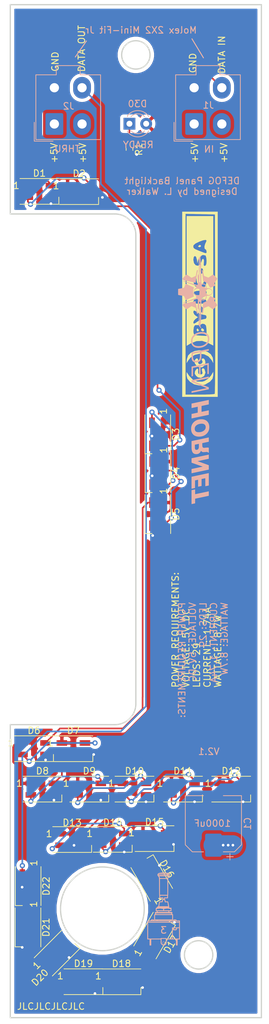
<source format=kicad_pcb>
(kicad_pcb (version 20171130) (host pcbnew "(5.1.10)-1")
  (layers (0 F.Cu signal) (31 B.Cu signal) (34 B.Paste user hide) (35 F.Paste user hide) (36 B.SilkS user) (37 F.SilkS user) (38 B.Mask user hide) (39 F.Mask user hide) (44 Edge.Cuts user))
  (net 0 "")
  (net 1 /LEDGND)
  (net 2 /LED+5V)
  (net 3 "Net-(D1-Pad2)")
  (net 4 /DATAIN)
  (net 5 "Net-(D2-Pad2)")
  (net 6 "Net-(D3-Pad2)")
  (net 7 "Net-(D4-Pad2)")
  (net 8 "Net-(D5-Pad2)")
  (net 9 "Net-(D6-Pad2)")
  (net 10 "Net-(D7-Pad2)")
  (net 11 "Net-(D8-Pad2)")
  (net 12 "Net-(D10-Pad4)")
  (net 13 "Net-(D10-Pad2)")
  (net 14 "Net-(D11-Pad2)")
  (net 15 /DATAOUT1)
  (net 16 "Net-(D13-Pad2)")
  (net 17 "Net-(D14-Pad2)")
  (net 18 "Net-(D15-Pad2)")
  (net 19 "Net-(D16-Pad2)")
  (net 20 "Net-(D17-Pad2)")
  (net 21 "Net-(D18-Pad2)")
  (net 22 "Net-(D19-Pad2)")
  (net 23 "Net-(D20-Pad2)")
  (net 24 "Net-(D21-Pad2)")
  (net 25 /DATAOUT)
  (net 26 "Net-(D30-Pad1)")
  (module OH_Backlighting:LED_SK6812MINI_PLCC4_3.5x3.5mm_P1.75mm (layer F.Cu) (at 142.097 163.202 120)
    (fp_text reference D16 (at 0.041017 2.682957 120) (layer F.SilkS))
    (fp_text value WS2812B)
    (fp_text user 1 (at -3.5 -0.875 120) (layer F.SilkS))
    (pad 3 smd rect (at 1.75 0.875 120) (size 1.6 0.85) (layers F.Cu F.Paste F.Mask) (net 1 /LEDGND))
    (pad 4 smd rect (at 1.75 -0.875 120) (size 1.6 0.85) (layers F.Cu F.Paste F.Mask) (net 18 "Net-(D15-Pad2)"))
    (pad 2 smd rect (at -1.75 0.875 120) (size 1.6 0.85) (layers F.Cu F.Paste F.Mask) (net 19 "Net-(D16-Pad2)"))
    (pad 1 smd rect (at -1.75 -0.875 120) (size 1.6 0.85) (layers F.Cu F.Paste F.Mask) (net 2 /LED+5V))
  )
  (module OH_Backlighting:LED_SK6812MINI_PLCC4_3.5x3.5mm_P1.75mm (layer F.Cu) (at 142.53 171.935 60)
    (fp_text reference D17 (at 0.108677 2.818233 60) (layer F.SilkS))
    (fp_text value WS2812B)
    (fp_text user 1 (at -3.5 -0.875 60) (layer F.SilkS))
    (pad 3 smd rect (at 1.75 0.875 60) (size 1.6 0.85) (layers F.Cu F.Paste F.Mask) (net 1 /LEDGND))
    (pad 4 smd rect (at 1.75 -0.875 60) (size 1.6 0.85) (layers F.Cu F.Paste F.Mask) (net 19 "Net-(D16-Pad2)"))
    (pad 2 smd rect (at -1.75 0.875 60) (size 1.6 0.85) (layers F.Cu F.Paste F.Mask) (net 20 "Net-(D17-Pad2)"))
    (pad 1 smd rect (at -1.75 -0.875 60) (size 1.6 0.85) (layers F.Cu F.Paste F.Mask) (net 2 /LED+5V))
  )
  (module OH_Backlighting:LED_SK6812MINI_PLCC4_3.5x3.5mm_P1.75mm (layer F.Cu) (at 137.497 178.947)
    (fp_text reference D18 (at 0 -2.75) (layer F.SilkS))
    (fp_text value WS2812B)
    (fp_text user 1 (at -3.5 -0.875) (layer F.SilkS))
    (pad 3 smd rect (at 1.75 0.875) (size 1.6 0.85) (layers F.Cu F.Paste F.Mask) (net 1 /LEDGND))
    (pad 4 smd rect (at 1.75 -0.875) (size 1.6 0.85) (layers F.Cu F.Paste F.Mask) (net 20 "Net-(D17-Pad2)"))
    (pad 2 smd rect (at -1.75 0.875) (size 1.6 0.85) (layers F.Cu F.Paste F.Mask) (net 21 "Net-(D18-Pad2)"))
    (pad 1 smd rect (at -1.75 -0.875) (size 1.6 0.85) (layers F.Cu F.Paste F.Mask) (net 2 /LED+5V))
  )
  (module OH_Backlighting:LED_SK6812MINI_PLCC4_3.5x3.5mm_P1.75mm (layer F.Cu) (at 131.73 178.935)
    (fp_text reference D19 (at 0 -2.75) (layer F.SilkS))
    (fp_text value WS2812B)
    (fp_text user 1 (at -3.5 -0.875) (layer F.SilkS))
    (pad 3 smd rect (at 1.75 0.875) (size 1.6 0.85) (layers F.Cu F.Paste F.Mask) (net 1 /LEDGND))
    (pad 4 smd rect (at 1.75 -0.875) (size 1.6 0.85) (layers F.Cu F.Paste F.Mask) (net 21 "Net-(D18-Pad2)"))
    (pad 2 smd rect (at -1.75 0.875) (size 1.6 0.85) (layers F.Cu F.Paste F.Mask) (net 22 "Net-(D19-Pad2)"))
    (pad 1 smd rect (at -1.75 -0.875) (size 1.6 0.85) (layers F.Cu F.Paste F.Mask) (net 2 /LED+5V))
  )
  (module OH_Backlighting:LED_SK6812MINI_PLCC4_3.5x3.5mm_P1.75mm (layer F.Cu) (at 127.724 174.599 45)
    (fp_text reference D20 (at -4.437095 0.796909 45) (layer F.SilkS))
    (fp_text value WS2812B)
    (fp_text user 1 (at -3.5 -0.875 45) (layer F.SilkS))
    (pad 3 smd rect (at 1.75 0.875 45) (size 1.6 0.85) (layers F.Cu F.Paste F.Mask) (net 1 /LEDGND))
    (pad 4 smd rect (at 1.75 -0.875 45) (size 1.6 0.85) (layers F.Cu F.Paste F.Mask) (net 22 "Net-(D19-Pad2)"))
    (pad 2 smd rect (at -1.75 0.875 45) (size 1.6 0.85) (layers F.Cu F.Paste F.Mask) (net 23 "Net-(D20-Pad2)"))
    (pad 1 smd rect (at -1.75 -0.875 45) (size 1.6 0.85) (layers F.Cu F.Paste F.Mask) (net 2 /LED+5V))
  )
  (module OH_Backlighting:LED_SK6812MINI_PLCC4_3.5x3.5mm_P1.75mm (layer F.Cu) (at 123.315 170.69 270)
    (fp_text reference D21 (at 0 -2.75 90) (layer F.SilkS))
    (fp_text value WS2812B)
    (fp_text user 1 (at -3.5 -0.875 90) (layer F.SilkS))
    (pad 3 smd rect (at 1.75 0.875 270) (size 1.6 0.85) (layers F.Cu F.Paste F.Mask) (net 1 /LEDGND))
    (pad 4 smd rect (at 1.75 -0.875 270) (size 1.6 0.85) (layers F.Cu F.Paste F.Mask) (net 23 "Net-(D20-Pad2)"))
    (pad 2 smd rect (at -1.75 0.875 270) (size 1.6 0.85) (layers F.Cu F.Paste F.Mask) (net 24 "Net-(D21-Pad2)"))
    (pad 1 smd rect (at -1.75 -0.875 270) (size 1.6 0.85) (layers F.Cu F.Paste F.Mask) (net 2 /LED+5V))
  )
  (module OH_Backlighting:S3AL_Toggle_Silkscreen (layer F.Cu) (at 143.76 168.04)
    (fp_text reference G2 hide)
    (fp_text value "S3AL Toggle" hide)
    (fp_text user 3 (at 0.125 3.075) (layer B.SilkS) (effects (justify mirror)))
  )
  (module OH_General:CC-BY-NC-SA-Small (layer F.Cu) (at 149.41 76.25 90)
    (fp_text reference G1 hide)
    (fp_text value LOGO hide)
  )
  (module OH_General:OH_LOGO_37.7mm_5.9mm (layer B.Cu) (at 149.07 87.63 270)
    (fp_text reference G3 hide)
    (fp_text value LOGO hide)
  )
  (module OH_Backlighting:LED_SK6812MINI_PLCC4_3.5x3.5mm_P1.75mm (layer F.Cu) (at 125.05 59.045)
    (fp_text reference D1 (at 0 -2.75) (layer F.SilkS))
    (fp_text value WS2812B)
    (fp_text user 1 (at -3.5 -0.875) (layer F.SilkS))
    (pad 3 smd rect (at 1.75 0.875) (size 1.6 0.85) (layers F.Cu F.Paste F.Mask) (net 1 /LEDGND))
    (pad 4 smd rect (at 1.75 -0.875) (size 1.6 0.85) (layers F.Cu F.Paste F.Mask) (net 4 /DATAIN))
    (pad 2 smd rect (at -1.75 0.875) (size 1.6 0.85) (layers F.Cu F.Paste F.Mask) (net 3 "Net-(D1-Pad2)"))
    (pad 1 smd rect (at -1.75 -0.875) (size 1.6 0.85) (layers F.Cu F.Paste F.Mask) (net 2 /LED+5V))
  )
  (module OH_Backlighting:LED_SK6812MINI_PLCC4_3.5x3.5mm_P1.75mm (layer F.Cu) (at 123.335 164.43 270)
    (fp_text reference D22 (at 0 -2.75 90) (layer F.SilkS))
    (fp_text value WS2812B)
    (fp_text user 1 (at -3.5 -0.875 90) (layer F.SilkS))
    (pad 3 smd rect (at 1.75 0.875 270) (size 1.6 0.85) (layers F.Cu F.Paste F.Mask) (net 1 /LEDGND))
    (pad 4 smd rect (at 1.75 -0.875 270) (size 1.6 0.85) (layers F.Cu F.Paste F.Mask) (net 24 "Net-(D21-Pad2)"))
    (pad 2 smd rect (at -1.75 0.875 270) (size 1.6 0.85) (layers F.Cu F.Paste F.Mask) (net 25 /DATAOUT))
    (pad 1 smd rect (at -1.75 -0.875 270) (size 1.6 0.85) (layers F.Cu F.Paste F.Mask) (net 2 /LED+5V))
  )
  (module OH_Backlighting:LED_SK6812MINI_PLCC4_3.5x3.5mm_P1.75mm (layer F.Cu) (at 142.522 157.226)
    (fp_text reference D15 (at 0.003 -2.526) (layer F.SilkS))
    (fp_text value WS2812B)
    (fp_text user 1 (at -3.5 -0.875) (layer F.SilkS))
    (pad 3 smd rect (at 1.75 0.875) (size 1.6 0.85) (layers F.Cu F.Paste F.Mask) (net 1 /LEDGND))
    (pad 4 smd rect (at 1.75 -0.875) (size 1.6 0.85) (layers F.Cu F.Paste F.Mask) (net 17 "Net-(D14-Pad2)"))
    (pad 2 smd rect (at -1.75 0.875) (size 1.6 0.85) (layers F.Cu F.Paste F.Mask) (net 18 "Net-(D15-Pad2)"))
    (pad 1 smd rect (at -1.75 -0.875) (size 1.6 0.85) (layers F.Cu F.Paste F.Mask) (net 2 /LED+5V))
  )
  (module OH_Backlighting:LED_SK6812MINI_PLCC4_3.5x3.5mm_P1.75mm (layer F.Cu) (at 136.172 157.339)
    (fp_text reference D14 (at 0.003 -2.564) (layer F.SilkS))
    (fp_text value WS2812B)
    (fp_text user 1 (at -3.5 -0.875) (layer F.SilkS))
    (pad 3 smd rect (at 1.75 0.875) (size 1.6 0.85) (layers F.Cu F.Paste F.Mask) (net 1 /LEDGND))
    (pad 4 smd rect (at 1.75 -0.875) (size 1.6 0.85) (layers F.Cu F.Paste F.Mask) (net 16 "Net-(D13-Pad2)"))
    (pad 2 smd rect (at -1.75 0.875) (size 1.6 0.85) (layers F.Cu F.Paste F.Mask) (net 17 "Net-(D14-Pad2)"))
    (pad 1 smd rect (at -1.75 -0.875) (size 1.6 0.85) (layers F.Cu F.Paste F.Mask) (net 2 /LED+5V))
  )
  (module OH_Backlighting:LED_SK6812MINI_PLCC4_3.5x3.5mm_P1.75mm (layer F.Cu) (at 130.02 157.367)
    (fp_text reference D13 (at 0 -2.567) (layer F.SilkS))
    (fp_text value WS2812B)
    (fp_text user 1 (at -3.5 -0.875) (layer F.SilkS))
    (pad 3 smd rect (at 1.75 0.875) (size 1.6 0.85) (layers F.Cu F.Paste F.Mask) (net 1 /LEDGND))
    (pad 4 smd rect (at 1.75 -0.875) (size 1.6 0.85) (layers F.Cu F.Paste F.Mask) (net 15 /DATAOUT1))
    (pad 2 smd rect (at -1.75 0.875) (size 1.6 0.85) (layers F.Cu F.Paste F.Mask) (net 16 "Net-(D13-Pad2)"))
    (pad 1 smd rect (at -1.75 -0.875) (size 1.6 0.85) (layers F.Cu F.Paste F.Mask) (net 2 /LED+5V))
  )
  (module OH_Backlighting:LED_SK6812MINI_PLCC4_3.5x3.5mm_P1.75mm (layer F.Cu) (at 154.15 149.719)
    (fp_text reference D12 (at 0 -2.75) (layer F.SilkS))
    (fp_text value WS2812B)
    (fp_text user 1 (at -3.5 -0.875) (layer F.SilkS))
    (pad 3 smd rect (at 1.75 0.875) (size 1.6 0.85) (layers F.Cu F.Paste F.Mask) (net 1 /LEDGND))
    (pad 4 smd rect (at 1.75 -0.875) (size 1.6 0.85) (layers F.Cu F.Paste F.Mask) (net 14 "Net-(D11-Pad2)"))
    (pad 2 smd rect (at -1.75 0.875) (size 1.6 0.85) (layers F.Cu F.Paste F.Mask) (net 15 /DATAOUT1))
    (pad 1 smd rect (at -1.75 -0.875) (size 1.6 0.85) (layers F.Cu F.Paste F.Mask) (net 2 /LED+5V))
  )
  (module OH_Backlighting:LED_SK6812MINI_PLCC4_3.5x3.5mm_P1.75mm (layer F.Cu) (at 146.84 149.719)
    (fp_text reference D11 (at 0 -2.75) (layer F.SilkS))
    (fp_text value WS2812B)
    (fp_text user 1 (at -3.5 -0.875) (layer F.SilkS))
    (pad 3 smd rect (at 1.75 0.875) (size 1.6 0.85) (layers F.Cu F.Paste F.Mask) (net 1 /LEDGND))
    (pad 4 smd rect (at 1.75 -0.875) (size 1.6 0.85) (layers F.Cu F.Paste F.Mask) (net 13 "Net-(D10-Pad2)"))
    (pad 2 smd rect (at -1.75 0.875) (size 1.6 0.85) (layers F.Cu F.Paste F.Mask) (net 14 "Net-(D11-Pad2)"))
    (pad 1 smd rect (at -1.75 -0.875) (size 1.6 0.85) (layers F.Cu F.Paste F.Mask) (net 2 /LED+5V))
  )
  (module OH_Backlighting:LED_SK6812MINI_PLCC4_3.5x3.5mm_P1.75mm (layer F.Cu) (at 139.474 149.719)
    (fp_text reference D10 (at 0 -2.75) (layer F.SilkS))
    (fp_text value WS2812B)
    (fp_text user 1 (at -3.5 -0.875) (layer F.SilkS))
    (pad 3 smd rect (at 1.75 0.875) (size 1.6 0.85) (layers F.Cu F.Paste F.Mask) (net 1 /LEDGND))
    (pad 4 smd rect (at 1.75 -0.875) (size 1.6 0.85) (layers F.Cu F.Paste F.Mask) (net 12 "Net-(D10-Pad4)"))
    (pad 2 smd rect (at -1.75 0.875) (size 1.6 0.85) (layers F.Cu F.Paste F.Mask) (net 13 "Net-(D10-Pad2)"))
    (pad 1 smd rect (at -1.75 -0.875) (size 1.6 0.85) (layers F.Cu F.Paste F.Mask) (net 2 /LED+5V))
  )
  (module OH_Backlighting:LED_SK6812MINI_PLCC4_3.5x3.5mm_P1.75mm (layer F.Cu) (at 132.616 149.719)
    (fp_text reference D9 (at 0 -2.75) (layer F.SilkS))
    (fp_text value WS2812B)
    (fp_text user 1 (at -3.5 -0.875) (layer F.SilkS))
    (pad 3 smd rect (at 1.75 0.875) (size 1.6 0.85) (layers F.Cu F.Paste F.Mask) (net 1 /LEDGND))
    (pad 4 smd rect (at 1.75 -0.875) (size 1.6 0.85) (layers F.Cu F.Paste F.Mask) (net 11 "Net-(D8-Pad2)"))
    (pad 2 smd rect (at -1.75 0.875) (size 1.6 0.85) (layers F.Cu F.Paste F.Mask) (net 12 "Net-(D10-Pad4)"))
    (pad 1 smd rect (at -1.75 -0.875) (size 1.6 0.85) (layers F.Cu F.Paste F.Mask) (net 2 /LED+5V))
  )
  (module OH_Backlighting:LED_SK6812MINI_PLCC4_3.5x3.5mm_P1.75mm (layer F.Cu) (at 125.504 149.719)
    (fp_text reference D8 (at 0 -2.75) (layer F.SilkS))
    (fp_text value WS2812B)
    (fp_text user 1 (at -3.5 -0.875) (layer F.SilkS))
    (pad 3 smd rect (at 1.75 0.875) (size 1.6 0.85) (layers F.Cu F.Paste F.Mask) (net 1 /LEDGND))
    (pad 4 smd rect (at 1.75 -0.875) (size 1.6 0.85) (layers F.Cu F.Paste F.Mask) (net 10 "Net-(D7-Pad2)"))
    (pad 2 smd rect (at -1.75 0.875) (size 1.6 0.85) (layers F.Cu F.Paste F.Mask) (net 11 "Net-(D8-Pad2)"))
    (pad 1 smd rect (at -1.75 -0.875) (size 1.6 0.85) (layers F.Cu F.Paste F.Mask) (net 2 /LED+5V))
  )
  (module OH_Backlighting:LED_SK6812MINI_PLCC4_3.5x3.5mm_P1.75mm (layer F.Cu) (at 130.21 143.59)
    (fp_text reference D7 (at 0 -2.75) (layer F.SilkS))
    (fp_text value WS2812B)
    (fp_text user 1 (at -3.5 -0.875) (layer F.SilkS))
    (pad 3 smd rect (at 1.75 0.875) (size 1.6 0.85) (layers F.Cu F.Paste F.Mask) (net 1 /LEDGND))
    (pad 4 smd rect (at 1.75 -0.875) (size 1.6 0.85) (layers F.Cu F.Paste F.Mask) (net 9 "Net-(D6-Pad2)"))
    (pad 2 smd rect (at -1.75 0.875) (size 1.6 0.85) (layers F.Cu F.Paste F.Mask) (net 10 "Net-(D7-Pad2)"))
    (pad 1 smd rect (at -1.75 -0.875) (size 1.6 0.85) (layers F.Cu F.Paste F.Mask) (net 2 /LED+5V))
  )
  (module OH_Backlighting:LED_SK6812MINI_PLCC4_3.5x3.5mm_P1.75mm (layer F.Cu) (at 124.23 143.585)
    (fp_text reference D6 (at 0 -2.75) (layer F.SilkS))
    (fp_text value WS2812B)
    (fp_text user 1 (at -3.5 -0.875) (layer F.SilkS))
    (pad 3 smd rect (at 1.75 0.875) (size 1.6 0.85) (layers F.Cu F.Paste F.Mask) (net 1 /LEDGND))
    (pad 4 smd rect (at 1.75 -0.875) (size 1.6 0.85) (layers F.Cu F.Paste F.Mask) (net 8 "Net-(D5-Pad2)"))
    (pad 2 smd rect (at -1.75 0.875) (size 1.6 0.85) (layers F.Cu F.Paste F.Mask) (net 9 "Net-(D6-Pad2)"))
    (pad 1 smd rect (at -1.75 -0.875) (size 1.6 0.85) (layers F.Cu F.Paste F.Mask) (net 2 /LED+5V))
  )
  (module OH_Backlighting:LED_SK6812MINI_PLCC4_3.5x3.5mm_P1.75mm (layer F.Cu) (at 143.015 108 270)
    (fp_text reference D5 (at 0 -2.75 90) (layer F.SilkS))
    (fp_text value WS2812B)
    (fp_text user 1 (at -3.5 -0.875 90) (layer F.SilkS))
    (pad 3 smd rect (at 1.75 0.875 270) (size 1.6 0.85) (layers F.Cu F.Paste F.Mask) (net 1 /LEDGND))
    (pad 4 smd rect (at 1.75 -0.875 270) (size 1.6 0.85) (layers F.Cu F.Paste F.Mask) (net 7 "Net-(D4-Pad2)"))
    (pad 2 smd rect (at -1.75 0.875 270) (size 1.6 0.85) (layers F.Cu F.Paste F.Mask) (net 8 "Net-(D5-Pad2)"))
    (pad 1 smd rect (at -1.75 -0.875 270) (size 1.6 0.85) (layers F.Cu F.Paste F.Mask) (net 2 /LED+5V))
  )
  (module OH_Backlighting:LED_SK6812MINI_PLCC4_3.5x3.5mm_P1.75mm (layer F.Cu) (at 143.035 101.78 270)
    (fp_text reference D4 (at 0 -2.75 90) (layer F.SilkS))
    (fp_text value WS2812B)
    (fp_text user 1 (at -3.5 -0.875 90) (layer F.SilkS))
    (pad 3 smd rect (at 1.75 0.875 270) (size 1.6 0.85) (layers F.Cu F.Paste F.Mask) (net 1 /LEDGND))
    (pad 4 smd rect (at 1.75 -0.875 270) (size 1.6 0.85) (layers F.Cu F.Paste F.Mask) (net 6 "Net-(D3-Pad2)"))
    (pad 2 smd rect (at -1.75 0.875 270) (size 1.6 0.85) (layers F.Cu F.Paste F.Mask) (net 7 "Net-(D4-Pad2)"))
    (pad 1 smd rect (at -1.75 -0.875 270) (size 1.6 0.85) (layers F.Cu F.Paste F.Mask) (net 2 /LED+5V))
  )
  (module OH_Backlighting:LED_SK6812MINI_PLCC4_3.5x3.5mm_P1.75mm (layer F.Cu) (at 143.005 95.89 270)
    (fp_text reference D3 (at 0 -2.75 90) (layer F.SilkS))
    (fp_text value WS2812B)
    (fp_text user 1 (at -3.5 -0.875 90) (layer F.SilkS))
    (pad 3 smd rect (at 1.75 0.875 270) (size 1.6 0.85) (layers F.Cu F.Paste F.Mask) (net 1 /LEDGND))
    (pad 4 smd rect (at 1.75 -0.875 270) (size 1.6 0.85) (layers F.Cu F.Paste F.Mask) (net 5 "Net-(D2-Pad2)"))
    (pad 2 smd rect (at -1.75 0.875 270) (size 1.6 0.85) (layers F.Cu F.Paste F.Mask) (net 6 "Net-(D3-Pad2)"))
    (pad 1 smd rect (at -1.75 -0.875 270) (size 1.6 0.85) (layers F.Cu F.Paste F.Mask) (net 2 /LED+5V))
  )
  (module OH_Backlighting:LED_SK6812MINI_PLCC4_3.5x3.5mm_P1.75mm (layer F.Cu) (at 131.08 59.08)
    (fp_text reference D2 (at 0 -2.75) (layer F.SilkS))
    (fp_text value WS2812B)
    (fp_text user 1 (at -3.5 -0.875) (layer F.SilkS))
    (pad 3 smd rect (at 1.75 0.875) (size 1.6 0.85) (layers F.Cu F.Paste F.Mask) (net 1 /LEDGND))
    (pad 4 smd rect (at 1.75 -0.875) (size 1.6 0.85) (layers F.Cu F.Paste F.Mask) (net 3 "Net-(D1-Pad2)"))
    (pad 2 smd rect (at -1.75 0.875) (size 1.6 0.85) (layers F.Cu F.Paste F.Mask) (net 5 "Net-(D2-Pad2)"))
    (pad 1 smd rect (at -1.75 -0.875) (size 1.6 0.85) (layers F.Cu F.Paste F.Mask) (net 2 /LED+5V))
  )
  (module Resistor_SMD:R_0603_1608Metric (layer F.Cu) (at 138.72 52.66 270)
    (fp_text reference R1 (at 0 -1.43 90) (layer F.SilkS))
    (fp_text value R)
    (pad 2 smd roundrect (at 0.7875 0 270) (size 0.875 0.95) (layers F.Cu F.Paste F.Mask) (net 1 /LEDGND))
    (pad 1 smd roundrect (at -0.7875 0 270) (size 0.875 0.95) (layers F.Cu F.Paste F.Mask) (net 26 "Net-(D30-Pad1)"))
  )
  (module Connector_Molex:Molex_Mini-Fit_Jr_5566-04A_2x02_P4.20mm_Vertical (layer B.Cu) (at 127.32 48.82)
    (fp_text reference J2 (at 2.15 -2.71) (layer B.SilkS) (effects (justify mirror)))
    (fp_text value Conn_01x04_Female)
    (pad 4 thru_hole oval (at 4.2 -5.5) (size 2.7 3.3) (drill 1.4) (layers *.Cu *.Mask) (net 25 /DATAOUT))
    (pad 3 thru_hole oval (at 0 -5.5) (size 2.7 3.3) (drill 1.4) (layers *.Cu *.Mask) (net 1 /LEDGND))
    (pad 2 thru_hole oval (at 4.2 0) (size 2.7 3.3) (drill 1.4) (layers *.Cu *.Mask) (net 2 /LED+5V))
    (pad 1 thru_hole roundrect (at 0 0) (size 2.7 3.3) (drill 1.4) (layers *.Cu *.Mask) (roundrect_rratio 0.09300000000000001) (net 2 /LED+5V))
  )
  (module Connector_Molex:Molex_Mini-Fit_Jr_5566-04A_2x02_P4.20mm_Vertical (layer B.Cu) (at 148.53 48.82)
    (fp_text reference J1 (at 2.15 -2.85) (layer B.SilkS) (effects (justify mirror)))
    (fp_text value Conn_01x04_Female)
    (pad 4 thru_hole oval (at 4.2 -5.5) (size 2.7 3.3) (drill 1.4) (layers *.Cu *.Mask) (net 4 /DATAIN))
    (pad 3 thru_hole oval (at 0 -5.5) (size 2.7 3.3) (drill 1.4) (layers *.Cu *.Mask) (net 1 /LEDGND))
    (pad 2 thru_hole oval (at 4.2 0) (size 2.7 3.3) (drill 1.4) (layers *.Cu *.Mask) (net 2 /LED+5V))
    (pad 1 thru_hole roundrect (at 0 0) (size 2.7 3.3) (drill 1.4) (layers *.Cu *.Mask) (roundrect_rratio 0.09300000000000001) (net 2 /LED+5V))
  )
  (module LED_THT:LED_D3.0mm (layer B.Cu) (at 138.71 48.78)
    (fp_text reference D30 (at 1.22 -3.02) (layer B.SilkS) (effects (justify mirror)))
    (fp_text value LED)
    (pad 2 thru_hole circle (at 2.54 0) (size 1.8 1.8) (drill 0.9) (layers *.Cu *.Mask) (net 2 /LED+5V))
    (pad 1 thru_hole rect (at 0 0) (size 1.8 1.8) (drill 0.9) (layers *.Cu *.Mask) (net 26 "Net-(D30-Pad1)"))
  )
  (module Capacitor_SMD:CP_Elec_8x10 (layer B.Cu) (at 151.45 154.97 90)
    (fp_text reference C1 (at 0 5.2 90) (layer B.SilkS) (effects (justify mirror)))
    (fp_text value C_Polarized)
    (pad 2 smd roundrect (at 3.25 0 90) (size 3.5 2.5) (layers B.Cu B.Paste B.Mask) (roundrect_rratio 0.1) (net 1 /LEDGND))
    (pad 1 smd roundrect (at -3.25 0 90) (size 3.5 2.5) (layers B.Cu B.Paste B.Mask) (roundrect_rratio 0.1) (net 2 /LED+5V))
  )
  (gr_text "V2.1\n" (at 150.749 144.018) (layer B.SilkS) (effects (font (size 1 1)) (justify mirror)))
  (gr_text JLCJLCJLCJLC (at 126.8 182.675) (layer F.SilkS) (effects (font (size 1 1))))
  (gr_text "POWER REQUIREMENTS:\nVOLTAGE: 5V DC\nLEDS: 29\nCURRENT: 1.74A\nWATTAGE: 8.7W" (at 148.91 134.42 90) (layer F.SilkS) (effects (font (size 1 1)) (justify left)))
  (gr_text "DEFOG Panel Backlight\nDesigned by L. Walker" (at 146.72 58.25) (layer B.SilkS) (effects (font (size 1 1)) (justify mirror)))
  (gr_text "POWER REQUIREMENTS:\nVOLTAGE: 5V DC\nLEDS: 29\nCURRENT: 1.74A\nWATTAGE: 8.7W" (at 149.9 121.28 90) (layer B.SilkS) (effects (font (size 1 1)) (justify left mirror)))
  (gr_text +5V (at 131.62 53.21 90) (layer F.SilkS) (effects (font (size 1 1))))
  (gr_text +5V (at 127.29 53.21 90) (layer F.SilkS) (effects (font (size 1 1))))
  (gr_text "DATA OUT" (at 131.46 37.38 90) (layer F.SilkS) (effects (font (size 1 1))))
  (gr_text GND (at 127.45 39.36 90) (layer F.SilkS) (effects (font (size 1 1))))
  (gr_text "DATA IN" (at 152.72 38.31 90) (layer F.SilkS) (effects (font (size 1 1))))
  (gr_text GND (at 148.34 39.57 90) (layer F.SilkS) (effects (font (size 1 1))))
  (gr_text +5V (at 148.61 53.21 90) (layer F.SilkS) (effects (font (size 1 1))))
  (gr_text +5V (at 153.05 53.21 90) (layer F.SilkS) (effects (font (size 1 1))))
  (gr_text 1000uF (at 151.3 154.91) (layer B.SilkS) (effects (font (size 1 1)) (justify mirror)))
  (gr_line (start 132.19 36.22) (end 130.5 38.65) (layer B.SilkS) (width 0.15))
  (gr_line (start 148.2 35.9) (end 149.94 38.78) (layer B.SilkS) (width 0.15))
  (gr_text READY (at 140.05 51.97) (layer B.SilkS) (effects (font (size 1 1)) (justify mirror)))
  (gr_text "Molex 2X2 Mini-Fit Jr." (at 140.24 34.58) (layer B.SilkS) (effects (font (size 1 1)) (justify mirror)))
  (gr_text THRU (at 129.26 52.59) (layer B.SilkS) (effects (font (size 1 1)) (justify mirror)))
  (gr_text IN (at 150.79 52.65) (layer B.SilkS) (effects (font (size 1 1)) (justify mirror)))
  (gr_circle (center 149.209016 174.862625) (end 151.361666 174.862625) (layer Edge.Cuts) (width 0.2))
  (gr_circle (center 134.604016 167.877625) (end 140.954016 167.877625) (layer Edge.Cuts) (width 0.2))
  (gr_line (start 136.509016 139.937625) (end 120.634016 139.937625) (layer Edge.Cuts) (width 0.2))
  (gr_line (start 158.734016 30.717627) (end 120.634016 30.717627) (layer Edge.Cuts) (width 0.2))
  (gr_line (start 120.634016 139.937625) (end 120.634016 184.387625) (layer Edge.Cuts) (width 0.2))
  (gr_line (start 120.634016 184.387625) (end 158.734016 184.387625) (layer Edge.Cuts) (width 0.2))
  (gr_circle (center 139.684016 38.337625) (end 141.836666 38.337625) (layer Edge.Cuts) (width 0.2))
  (gr_line (start 158.734016 184.387625) (end 158.734016 30.717627) (layer Edge.Cuts) (width 0.2))
  (gr_line (start 120.634016 30.717627) (end 120.634016 62.467628) (layer Edge.Cuts) (width 0.2))
  (gr_line (start 120.634016 62.467625) (end 136.509016 62.467625) (layer Edge.Cuts) (width 0.2))
  (gr_arc (start 136.509016 136.762625) (end 136.509016 139.937625) (angle -90) (layer Edge.Cuts) (width 0.2))
  (gr_line (start 139.684016 65.642626) (end 139.684016 136.762625) (layer Edge.Cuts) (width 0.2))
  (gr_arc (start 136.509016 65.642625) (end 139.684016 65.642625) (angle -90) (layer Edge.Cuts) (width 0.2))
  (segment (start 144.6285 170.3915) (end 144.6283 170.3915) (width 0.5) (layer F.Cu) (net 1))
  (segment (start 144.6283 170.3915) (end 144.1628 170.857) (width 0.5) (layer F.Cu) (net 1))
  (segment (start 144.6285 170.3915) (end 145.094 169.926) (width 0.5) (layer F.Cu) (net 1))
  (segment (start 145.094 169.926) (end 145.542 169.926) (width 0.5) (layer F.Cu) (net 1))
  (segment (start 144.163 170.857) (end 144.6285 170.3915) (width 0.5) (layer F.Cu) (net 1))
  (segment (start 142.618 161.2695) (end 142.0003 161.2695) (width 0.5) (layer F.Cu) (net 1))
  (segment (start 142.0003 161.2695) (end 141.9798 161.249) (width 0.5) (layer F.Cu) (net 1))
  (segment (start 142.618 161.2695) (end 143.256 161.29) (width 0.5) (layer F.Cu) (net 1))
  (segment (start 141.98 161.249) (end 142.618 161.2695) (width 0.5) (layer F.Cu) (net 1))
  (segment (start 129.56 174.62) (end 129.5802 174.5998) (width 0.5) (layer F.Cu) (net 1))
  (segment (start 129.5802 174.5998) (end 129.5802 173.9803) (width 0.5) (layer F.Cu) (net 1))
  (segment (start 129.56 174.62) (end 129.54 175.26) (width 0.5) (layer F.Cu) (net 1))
  (segment (start 129.58 173.98) (end 129.56 174.62) (width 0.5) (layer F.Cu) (net 1))
  (segment (start 122.428 164.592) (end 122.46 164.624) (width 0.5) (layer F.Cu) (net 1))
  (segment (start 122.46 166.18) (end 122.428 164.592) (width 0.5) (layer F.Cu) (net 1))
  (segment (start 129.54 175.26) (end 129.58 175.22) (width 0.5) (layer F.Cu) (net 1))
  (segment (start 143.256 161.29) (end 143.215 161.249) (width 0.5) (layer F.Cu) (net 1))
  (segment (start 155.956 151.638) (end 155.9 151.582) (width 0.5) (layer F.Cu) (net 1))
  (segment (start 155.9 150.594) (end 155.956 151.638) (width 0.5) (layer F.Cu) (net 1))
  (segment (start 125.984 145.288) (end 125.98 145.284) (width 0.5) (layer F.Cu) (net 1))
  (segment (start 125.98 144.46) (end 125.984 145.288) (width 0.5) (layer F.Cu) (net 1))
  (segment (start 142.24 111.252) (end 142.14 111.152) (width 0.5) (layer F.Cu) (net 1))
  (segment (start 142.14 109.75) (end 142.24 111.252) (width 0.5) (layer F.Cu) (net 1))
  (segment (start 138.72 53.4475) (end 139.808 53.4475) (width 0.5) (layer F.Cu) (net 1))
  (segment (start 131.77 158.242) (end 130.302 158.242) (width 0.5) (layer F.Cu) (net 1))
  (segment (start 122.44 172.44) (end 122.44 173.724) (width 0.5) (layer F.Cu) (net 1))
  (segment (start 133.48 179.81) (end 133.48 180.724) (width 0.5) (layer F.Cu) (net 1))
  (segment (start 139.247 179.822) (end 140.706 179.822) (width 0.5) (layer F.Cu) (net 1))
  (segment (start 144.272 158.101) (end 145.401 158.101) (width 0.5) (layer F.Cu) (net 1))
  (segment (start 148.59 150.594) (end 148.59 151.638) (width 0.5) (layer F.Cu) (net 1))
  (segment (start 141.224 150.594) (end 141.224 151.638) (width 0.5) (layer F.Cu) (net 1))
  (segment (start 134.366 150.594) (end 134.366 151.384) (width 0.5) (layer F.Cu) (net 1))
  (segment (start 127.254 150.594) (end 127.254 151.384) (width 0.5) (layer F.Cu) (net 1))
  (segment (start 131.96 144.465) (end 133.289 144.465) (width 0.5) (layer F.Cu) (net 1))
  (segment (start 142.16 103.53) (end 142.16 102.188) (width 0.5) (layer F.Cu) (net 1))
  (segment (start 142.13 97.64) (end 142.13 96.156) (width 0.5) (layer F.Cu) (net 1))
  (segment (start 132.83 59.955) (end 134.609 59.955) (width 0.5) (layer F.Cu) (net 1))
  (via (at 139.808 53.4475) (size 0.8) (layers F.Cu B.Cu) (net 1))
  (via (at 130.302 158.242) (size 0.8) (layers F.Cu B.Cu) (net 1))
  (via (at 122.428 164.592) (size 0.8) (layers F.Cu B.Cu) (net 1))
  (via (at 122.44 173.724) (size 0.8) (layers F.Cu B.Cu) (net 1))
  (via (at 129.54 175.26) (size 0.8) (layers F.Cu B.Cu) (net 1))
  (via (at 133.48 180.724) (size 0.8) (layers F.Cu B.Cu) (net 1))
  (via (at 140.706 179.822) (size 0.8) (layers F.Cu B.Cu) (net 1))
  (via (at 145.542 169.926) (size 0.8) (layers F.Cu B.Cu) (net 1))
  (via (at 143.256 161.29) (size 0.8) (layers F.Cu B.Cu) (net 1))
  (via (at 145.401 158.101) (size 0.8) (layers F.Cu B.Cu) (net 1))
  (via (at 155.956 151.638) (size 0.8) (layers F.Cu B.Cu) (net 1))
  (via (at 148.59 151.638) (size 0.8) (layers F.Cu B.Cu) (net 1))
  (via (at 141.224 151.638) (size 0.8) (layers F.Cu B.Cu) (net 1))
  (via (at 134.366 151.384) (size 0.8) (layers F.Cu B.Cu) (net 1))
  (via (at 127.254 151.384) (size 0.8) (layers F.Cu B.Cu) (net 1))
  (via (at 133.289 144.465) (size 0.8) (layers F.Cu B.Cu) (net 1))
  (via (at 125.984 145.288) (size 0.8) (layers F.Cu B.Cu) (net 1))
  (via (at 142.24 111.252) (size 0.8) (layers F.Cu B.Cu) (net 1))
  (via (at 142.16 102.188) (size 0.8) (layers F.Cu B.Cu) (net 1))
  (via (at 142.13 96.156) (size 0.8) (layers F.Cu B.Cu) (net 1))
  (via (at 134.609 59.955) (size 0.8) (layers F.Cu B.Cu) (net 1))
  (segment (start 137.922 158.214) (end 137.922 159.258) (width 0.5) (layer F.Cu) (net 1))
  (segment (start 137.922 159.258) (end 137.922 159.258) (width 0.5) (layer F.Cu) (net 1))
  (via (at 137.922 159.258) (size 0.8) (drill 0.4) (layers F.Cu B.Cu) (net 1))
  (segment (start 126.8 59.92) (end 126.8 60.9) (width 0.5) (layer F.Cu) (net 1))
  (via (at 126.8 60.9) (size 0.8) (drill 0.4) (layers F.Cu B.Cu) (net 1))
  (segment (start 121.704 142.71) (end 121.184026 143.229974) (width 0.5) (layer F.Cu) (net 2))
  (segment (start 122.48 142.71) (end 121.704 142.71) (width 0.5) (layer F.Cu) (net 2))
  (segment (start 121.184026 143.229974) (end 121.184026 145.568026) (width 0.5) (layer F.Cu) (net 2))
  (segment (start 121.184026 145.568026) (end 121.666 146.05) (width 0.5) (layer F.Cu) (net 2))
  (segment (start 134.422 156.464) (end 136.144 156.464) (width 0.25) (layer F.Cu) (net 2))
  (segment (start 136.144 156.464) (end 136.144 156.464) (width 0.25) (layer F.Cu) (net 2))
  (segment (start 151.45 158.22) (end 152.93 158.22) (width 3) (layer B.Cu) (net 2))
  (segment (start 154.41 158.22) (end 154.41 158.22) (width 3) (layer B.Cu) (net 2))
  (via (at 154.41 158.22) (size 0.8) (drill 0.4) (layers F.Cu B.Cu) (net 2))
  (segment (start 153.692 158.22) (end 154.41 158.22) (width 3) (layer B.Cu) (net 2))
  (via (at 153.692 158.22) (size 0.8) (drill 0.4) (layers F.Cu B.Cu) (net 2))
  (segment (start 152.93 158.22) (end 153.692 158.22) (width 3) (layer B.Cu) (net 2))
  (via (at 152.93 158.22) (size 0.8) (drill 0.4) (layers F.Cu B.Cu) (net 2))
  (segment (start 128.46 142.715) (end 128.46 141.796) (width 0.25) (layer F.Cu) (net 2))
  (segment (start 123.3 59.92) (end 123.3 60.6) (width 0.25) (layer F.Cu) (net 3))
  (segment (start 123.3 60.6) (end 123.7 61) (width 0.25) (layer F.Cu) (net 3))
  (via (at 123.7 61) (size 0.8) (drill 0.4) (layers F.Cu B.Cu) (net 3))
  (segment (start 132.83 58.205) (end 132.83 58.03) (width 0.25) (layer F.Cu) (net 3))
  (segment (start 132.83 58.03) (end 131.8 57) (width 0.25) (layer F.Cu) (net 3))
  (via (at 131.8 57) (size 0.8) (drill 0.4) (layers F.Cu B.Cu) (net 3))
  (segment (start 127.7 57) (end 123.7 61) (width 0.25) (layer B.Cu) (net 3))
  (segment (start 131.8 57) (end 127.7 57) (width 0.25) (layer B.Cu) (net 3))
  (segment (start 126.8 57.966) (end 126.8 58.17) (width 0.25) (layer F.Cu) (net 4))
  (segment (start 124.968 56.134) (end 126.8 57.966) (width 0.25) (layer F.Cu) (net 4))
  (segment (start 124.968 41.148) (end 124.968 56.134) (width 0.25) (layer F.Cu) (net 4))
  (segment (start 126.492 39.624) (end 124.968 41.148) (width 0.25) (layer F.Cu) (net 4))
  (segment (start 133.096 39.624) (end 126.492 39.624) (width 0.25) (layer F.Cu) (net 4))
  (segment (start 152.73 43.32) (end 150.05 40.64) (width 0.25) (layer F.Cu) (net 4))
  (segment (start 150.05 40.64) (end 145.034 40.64) (width 0.25) (layer F.Cu) (net 4))
  (segment (start 145.034 40.64) (end 143.002 42.672) (width 0.25) (layer F.Cu) (net 4))
  (segment (start 136.144 42.672) (end 133.096 39.624) (width 0.25) (layer F.Cu) (net 4))
  (segment (start 143.002 42.672) (end 136.144 42.672) (width 0.25) (layer F.Cu) (net 4))
  (segment (start 129.33 60.13) (end 129.33 59.955) (width 0.25) (layer F.Cu) (net 5))
  (segment (start 130.5 61.3) (end 129.33 60.13) (width 0.25) (layer F.Cu) (net 5))
  (segment (start 138.516 61.3) (end 130.5 61.3) (width 0.25) (layer F.Cu) (net 5))
  (segment (start 142.9743 65.7583) (end 138.516 61.3) (width 0.25) (layer F.Cu) (net 5))
  (segment (start 142.9743 88.9743) (end 142.9743 65.7583) (width 0.25) (layer F.Cu) (net 5))
  (segment (start 145.46 97.64) (end 146.35 96.75) (width 0.25) (layer F.Cu) (net 5))
  (segment (start 143.88 97.64) (end 145.46 97.64) (width 0.25) (layer F.Cu) (net 5))
  (via (at 146.35 96.75) (size 0.8) (drill 0.4) (layers F.Cu B.Cu) (net 5))
  (segment (start 143.2 89.2) (end 142.9743 88.9743) (width 0.25) (layer F.Cu) (net 5))
  (via (at 143.2 89.2) (size 0.8) (drill 0.4) (layers F.Cu B.Cu) (net 5))
  (segment (start 146.35 92.35) (end 143.2 89.2) (width 0.25) (layer B.Cu) (net 5))
  (segment (start 146.35 96.75) (end 146.35 92.35) (width 0.25) (layer B.Cu) (net 5))
  (segment (start 142.13 94.14) (end 142.13 92.53) (width 0.25) (layer F.Cu) (net 6))
  (via (at 142.13 92.53) (size 0.8) (drill 0.4) (layers F.Cu B.Cu) (net 6))
  (segment (start 143.91 103.53) (end 144.67 103.53) (width 0.25) (layer F.Cu) (net 6))
  (segment (start 144.67 103.53) (end 145.3 102.9) (width 0.25) (layer F.Cu) (net 6))
  (via (at 145.3 102.9) (size 0.8) (drill 0.4) (layers F.Cu B.Cu) (net 6))
  (segment (start 145.3 98.252998) (end 145.2 98.152998) (width 0.25) (layer B.Cu) (net 6))
  (segment (start 145.3 102.9) (end 145.3 98.252998) (width 0.25) (layer B.Cu) (net 6))
  (segment (start 145.2 95.6) (end 142.13 92.53) (width 0.25) (layer B.Cu) (net 6))
  (segment (start 145.2 98.152998) (end 145.2 95.6) (width 0.25) (layer B.Cu) (net 6))
  (segment (start 142.16 101.08) (end 142.48 101.4) (width 0.25) (layer F.Cu) (net 7))
  (segment (start 142.16 100.03) (end 142.16 101.08) (width 0.25) (layer F.Cu) (net 7))
  (segment (start 142.48 101.4) (end 145.1 101.4) (width 0.25) (layer F.Cu) (net 7))
  (segment (start 145.7 102) (end 145.7 102.2) (width 0.25) (layer F.Cu) (net 7))
  (segment (start 145.1 101.4) (end 145.7 102) (width 0.25) (layer F.Cu) (net 7))
  (segment (start 145.7 102.2) (end 146.55 103.05) (width 0.25) (layer F.Cu) (net 7))
  (segment (start 145.07 108.57) (end 143.89 109.75) (width 0.25) (layer F.Cu) (net 7))
  (via (at 145.07 108.57) (size 0.8) (drill 0.4) (layers F.Cu B.Cu) (net 7))
  (via (at 146.55 103.05) (size 0.8) (drill 0.4) (layers F.Cu B.Cu) (net 7))
  (segment (start 145.07 104.53) (end 146.55 103.05) (width 0.25) (layer B.Cu) (net 7))
  (segment (start 145.07 108.57) (end 145.07 104.53) (width 0.25) (layer B.Cu) (net 7))
  (segment (start 127.7934 140.8966) (end 125.98 142.71) (width 0.25) (layer F.Cu) (net 8))
  (segment (start 128.1744 140.5156) (end 127.7934 140.8966) (width 0.25) (layer F.Cu) (net 8))
  (segment (start 137.7216 140.5156) (end 128.1744 140.5156) (width 0.25) (layer F.Cu) (net 8))
  (segment (start 142.14 106.25) (end 141.527 106.25) (width 0.25) (layer F.Cu) (net 8))
  (segment (start 141.527 106.25) (end 140.716 107.061) (width 0.25) (layer F.Cu) (net 8))
  (segment (start 140.7061 135.7729) (end 140.7061 137.5311) (width 0.25) (layer F.Cu) (net 8))
  (segment (start 140.716 135.763) (end 140.7061 135.7729) (width 0.25) (layer F.Cu) (net 8))
  (segment (start 140.716 107.061) (end 140.716 135.763) (width 0.25) (layer F.Cu) (net 8))
  (segment (start 140.7061 137.5311) (end 137.7216 140.5156) (width 0.25) (layer F.Cu) (net 8))
  (segment (start 131.96 142.715) (end 133.485 142.715) (width 0.25) (layer F.Cu) (net 9))
  (segment (start 133.485 142.715) (end 133.485 142.715) (width 0.25) (layer F.Cu) (net 9))
  (via (at 133.485 142.715) (size 0.8) (drill 0.4) (layers F.Cu B.Cu) (net 9))
  (segment (start 122.48 144.46) (end 122.48 144.48) (width 0.25) (layer F.Cu) (net 9))
  (segment (start 122.48 144.48) (end 123.5 145.5) (width 0.25) (layer F.Cu) (net 9))
  (via (at 123.5 145.5) (size 0.8) (drill 0.4) (layers F.Cu B.Cu) (net 9))
  (segment (start 126.285 142.715) (end 123.5 145.5) (width 0.25) (layer B.Cu) (net 9))
  (segment (start 133.485 142.715) (end 126.285 142.715) (width 0.25) (layer B.Cu) (net 9))
  (segment (start 128.46 147.638) (end 127.254 148.844) (width 0.25) (layer F.Cu) (net 10))
  (segment (start 128.46 144.465) (end 128.46 147.638) (width 0.25) (layer F.Cu) (net 10))
  (segment (start 123.754 150.594) (end 123.754 151.554) (width 0.25) (layer F.Cu) (net 11))
  (segment (start 123.754 151.554) (end 123.754 151.554) (width 0.25) (layer F.Cu) (net 11))
  (via (at 123.754 151.554) (size 0.8) (drill 0.4) (layers F.Cu B.Cu) (net 11))
  (segment (start 134.366 148.844) (end 134.366 148.266) (width 0.25) (layer F.Cu) (net 11))
  (segment (start 134.366 148.266) (end 133.9 147.8) (width 0.25) (layer F.Cu) (net 11))
  (via (at 133.9 147.8) (size 0.8) (drill 0.4) (layers F.Cu B.Cu) (net 11))
  (segment (start 127.508 147.8) (end 123.754 151.554) (width 0.25) (layer B.Cu) (net 11))
  (segment (start 133.9 147.8) (end 127.508 147.8) (width 0.25) (layer B.Cu) (net 11))
  (segment (start 130.866 150.594) (end 130.866 151.766) (width 0.25) (layer F.Cu) (net 12))
  (via (at 130.866 151.766) (size 0.8) (drill 0.4) (layers F.Cu B.Cu) (net 12))
  (segment (start 141.224 148.844) (end 141.224 148.524) (width 0.25) (layer F.Cu) (net 12))
  (segment (start 141.224 148.524) (end 140.4 147.7) (width 0.25) (layer F.Cu) (net 12))
  (via (at 140.4 147.7) (size 0.8) (drill 0.4) (layers F.Cu B.Cu) (net 12))
  (segment (start 139.574999 148.525001) (end 140.4 147.7) (width 0.25) (layer B.Cu) (net 12))
  (segment (start 138.906999 148.525001) (end 139.574999 148.525001) (width 0.25) (layer B.Cu) (net 12))
  (segment (start 133.066 149.566) (end 137.866 149.566) (width 0.25) (layer B.Cu) (net 12))
  (segment (start 137.866 149.566) (end 138.906999 148.525001) (width 0.25) (layer B.Cu) (net 12))
  (segment (start 130.866 151.766) (end 133.066 149.566) (width 0.25) (layer B.Cu) (net 12))
  (segment (start 137.724 150.594) (end 137.994 150.594) (width 0.25) (layer F.Cu) (net 13))
  (segment (start 137.994 150.594) (end 139 151.6) (width 0.25) (layer F.Cu) (net 13))
  (via (at 139 151.6) (size 0.8) (drill 0.4) (layers F.Cu B.Cu) (net 13))
  (segment (start 148.59 148.844) (end 148.59 148.39) (width 0.25) (layer F.Cu) (net 13))
  (segment (start 148.59 148.39) (end 147.7 147.5) (width 0.25) (layer F.Cu) (net 13))
  (via (at 147.7 147.5) (size 0.8) (drill 0.4) (layers F.Cu B.Cu) (net 13))
  (segment (start 144.288998 147.5) (end 142.088998 149.7) (width 0.25) (layer B.Cu) (net 13))
  (segment (start 147.7 147.5) (end 144.288998 147.5) (width 0.25) (layer B.Cu) (net 13))
  (segment (start 140.9 149.7) (end 139 151.6) (width 0.25) (layer B.Cu) (net 13))
  (segment (start 142.088998 149.7) (end 140.9 149.7) (width 0.25) (layer B.Cu) (net 13))
  (segment (start 145.09 150.594) (end 145.09 151.51) (width 0.25) (layer F.Cu) (net 14))
  (segment (start 145.09 151.51) (end 145.4 151.82) (width 0.25) (layer F.Cu) (net 14))
  (via (at 145.4 151.82) (size 0.8) (drill 0.4) (layers F.Cu B.Cu) (net 14))
  (segment (start 155.9 148.844) (end 155.9 148.8) (width 0.25) (layer F.Cu) (net 14))
  (segment (start 155.9 148.8) (end 154.7 147.6) (width 0.25) (layer F.Cu) (net 14))
  (via (at 154.7 147.6) (size 0.8) (drill 0.4) (layers F.Cu B.Cu) (net 14))
  (segment (start 154.074999 148.225001) (end 154.7 147.6) (width 0.25) (layer B.Cu) (net 14))
  (segment (start 152.274999 148.225001) (end 154.074999 148.225001) (width 0.25) (layer B.Cu) (net 14))
  (segment (start 147.92 149.3) (end 151.2 149.3) (width 0.25) (layer B.Cu) (net 14))
  (segment (start 151.2 149.3) (end 152.274999 148.225001) (width 0.25) (layer B.Cu) (net 14))
  (segment (start 145.4 151.82) (end 147.92 149.3) (width 0.25) (layer B.Cu) (net 14))
  (segment (start 152.4 150.594) (end 149.832 153.162) (width 0.25) (layer F.Cu) (net 15))
  (segment (start 131.77 156.492) (end 135.862 152.4) (width 0.25) (layer F.Cu) (net 15))
  (segment (start 138.43 152.4) (end 139.192 153.162) (width 0.25) (layer F.Cu) (net 15))
  (segment (start 135.862 152.4) (end 138.43 152.4) (width 0.25) (layer F.Cu) (net 15))
  (segment (start 149.832 153.162) (end 139.192 153.162) (width 0.25) (layer F.Cu) (net 15))
  (segment (start 128.27 158.242) (end 127.508 158.242) (width 0.25) (layer F.Cu) (net 16))
  (segment (start 127.508 158.242) (end 127 158.75) (width 0.25) (layer F.Cu) (net 16))
  (via (at 127 158.75) (size 0.8) (drill 0.4) (layers F.Cu B.Cu) (net 16))
  (segment (start 137.922 156.464) (end 137.922 155.702) (width 0.25) (layer F.Cu) (net 16))
  (segment (start 137.922 155.702) (end 137.16 154.94) (width 0.25) (layer F.Cu) (net 16))
  (via (at 137.16 154.94) (size 0.8) (drill 0.4) (layers F.Cu B.Cu) (net 16))
  (segment (start 130.81 154.94) (end 127 158.75) (width 0.25) (layer B.Cu) (net 16))
  (segment (start 137.16 154.94) (end 130.81 154.94) (width 0.25) (layer B.Cu) (net 16))
  (segment (start 134.422 158.214) (end 134.422 158.522) (width 0.25) (layer F.Cu) (net 17))
  (segment (start 134.422 158.522) (end 135.1 159.2) (width 0.25) (layer F.Cu) (net 17))
  (via (at 135.1 159.2) (size 0.8) (drill 0.4) (layers F.Cu B.Cu) (net 17))
  (segment (start 144.272 156.351) (end 144.272 156.172) (width 0.25) (layer F.Cu) (net 17))
  (segment (start 144.272 156.172) (end 143.4 155.3) (width 0.25) (layer F.Cu) (net 17))
  (via (at 143.4 155.3) (size 0.8) (drill 0.4) (layers F.Cu B.Cu) (net 17))
  (segment (start 139 155.3) (end 135.1 159.2) (width 0.25) (layer B.Cu) (net 17))
  (segment (start 143.4 155.3) (end 139 155.3) (width 0.25) (layer B.Cu) (net 17))
  (segment (start 140.772 161.816184) (end 140.464228 162.123956) (width 0.25) (layer F.Cu) (net 18))
  (segment (start 140.772 158.101) (end 140.772 161.816184) (width 0.25) (layer F.Cu) (net 18))
  (segment (start 143.729772 168.899412) (end 143.729772 164.280044) (width 0.25) (layer F.Cu) (net 19))
  (segment (start 142.647228 169.981956) (end 143.729772 168.899412) (width 0.25) (layer F.Cu) (net 19))
  (segment (start 139.247 177.053816) (end 142.412772 173.888044) (width 0.25) (layer F.Cu) (net 20))
  (segment (start 139.247 178.072) (end 139.247 177.053816) (width 0.25) (layer F.Cu) (net 20))
  (segment (start 133.985 178.06) (end 135.747 179.822) (width 0.25) (layer F.Cu) (net 21))
  (segment (start 133.48 178.06) (end 133.985 178.06) (width 0.25) (layer F.Cu) (net 21))
  (segment (start 128.3427 172.7427) (end 128.3427 172.7428) (width 0.25) (layer F.Cu) (net 22))
  (segment (start 128.343 172.743) (end 128.3427 172.7427) (width 0.25) (layer F.Cu) (net 22))
  (segment (start 129.98 179.81) (end 128.756 179.81) (width 0.25) (layer F.Cu) (net 22))
  (segment (start 128.756 179.81) (end 128.524 179.578) (width 0.25) (layer F.Cu) (net 22))
  (segment (start 128.524 179.578) (end 128.524 177.038) (width 0.25) (layer F.Cu) (net 22))
  (segment (start 128.524 177.038) (end 128.651 176.911) (width 0.25) (layer F.Cu) (net 22))
  (segment (start 128.651 176.911) (end 128.651 175.514) (width 0.25) (layer F.Cu) (net 22))
  (segment (start 128.342718 172.742845) (end 127.762 173.323563) (width 0.25) (layer F.Cu) (net 22))
  (segment (start 127.762 174.625) (end 128.651 175.514) (width 0.25) (layer F.Cu) (net 22))
  (segment (start 127.762 173.323563) (end 127.762 174.625) (width 0.25) (layer F.Cu) (net 22))
  (segment (start 127.1053 176.4547) (end 127.1053 176.4552) (width 0.25) (layer F.Cu) (net 23))
  (segment (start 127.1053 176.4547) (end 127.105 176.455) (width 0.25) (layer F.Cu) (net 23))
  (segment (start 127.105282 176.455155) (end 127.762 175.798437) (width 0.25) (layer F.Cu) (net 23))
  (segment (start 127.762 175.26141) (end 127.31199 174.8114) (width 0.25) (layer F.Cu) (net 23))
  (segment (start 127.762 175.798437) (end 127.762 175.26141) (width 0.25) (layer F.Cu) (net 23))
  (segment (start 127.31199 174.8114) (end 127.31199 174.17499) (width 0.25) (layer F.Cu) (net 23))
  (segment (start 127.31199 174.17499) (end 125.476 172.339) (width 0.25) (layer F.Cu) (net 23))
  (segment (start 124.291 172.339) (end 124.19 172.44) (width 0.25) (layer F.Cu) (net 23))
  (segment (start 125.476 172.339) (end 124.291 172.339) (width 0.25) (layer F.Cu) (net 23))
  (segment (start 122.44 168.94) (end 122.44 168.517) (width 0.25) (layer F.Cu) (net 24))
  (segment (start 124.21 166.747) (end 124.21 166.18) (width 0.25) (layer F.Cu) (net 24))
  (segment (start 122.44 168.517) (end 124.21 166.747) (width 0.25) (layer F.Cu) (net 24))
  (segment (start 122.46 162.68) (end 122.46 161.322) (width 0.25) (layer F.Cu) (net 25))
  (segment (start 122.46 161.322) (end 122.46 161.322) (width 0.25) (layer F.Cu) (net 25))
  (via (at 122.46 161.322) (size 0.8) (drill 0.4) (layers F.Cu B.Cu) (net 25))
  (segment (start 122.46 161.322) (end 122.46 144.748) (width 0.25) (layer B.Cu) (net 25))
  (segment (start 122.46 144.748) (end 126.238 140.97) (width 0.25) (layer B.Cu) (net 25))
  (segment (start 137.393436 140.97) (end 141.224 137.139436) (width 0.25) (layer B.Cu) (net 25))
  (segment (start 126.238 140.97) (end 137.393436 140.97) (width 0.25) (layer B.Cu) (net 25))
  (segment (start 141.224 137.139436) (end 141.224 64.77) (width 0.25) (layer B.Cu) (net 25))
  (segment (start 141.224 64.77) (end 134.366 57.912) (width 0.25) (layer B.Cu) (net 25))
  (segment (start 134.366 46.166) (end 131.52 43.32) (width 0.25) (layer B.Cu) (net 25))
  (segment (start 134.366 57.912) (end 134.366 46.166) (width 0.25) (layer B.Cu) (net 25))
  (segment (start 138.71 48.78) (end 138.71 51.8625) (width 0.25) (layer F.Cu) (net 26))
  (segment (start 138.71 51.8625) (end 138.72 51.8725) (width 0.25) (layer F.Cu) (net 26))
  (zone (net 2) (net_name /LED+5V) (layer F.Cu) (connect_pads (clearance 0.508)) (min_thickness 0.254) (fill yes (arc_segments 32) (thermal_gap 0.508) (thermal_bridge_width 0.508))
    (polygon (pts (xy 159.6 184.99) (xy 119.42 185.38) (xy 119.22 30.64) (xy 158.96 30.54)))
  )
  (zone (net 1) (net_name /LEDGND) (layer B.Cu) (connect_pads yes (clearance 0.508)) (min_thickness 0.254) (fill yes (arc_segments 32) (thermal_gap 0.508) (thermal_bridge_width 0.508))
    (polygon (pts (xy 159.44 30.25) (xy 159.91 185.12) (xy 119.08 185.35) (xy 119.07 30.01)))
  )
)
</source>
